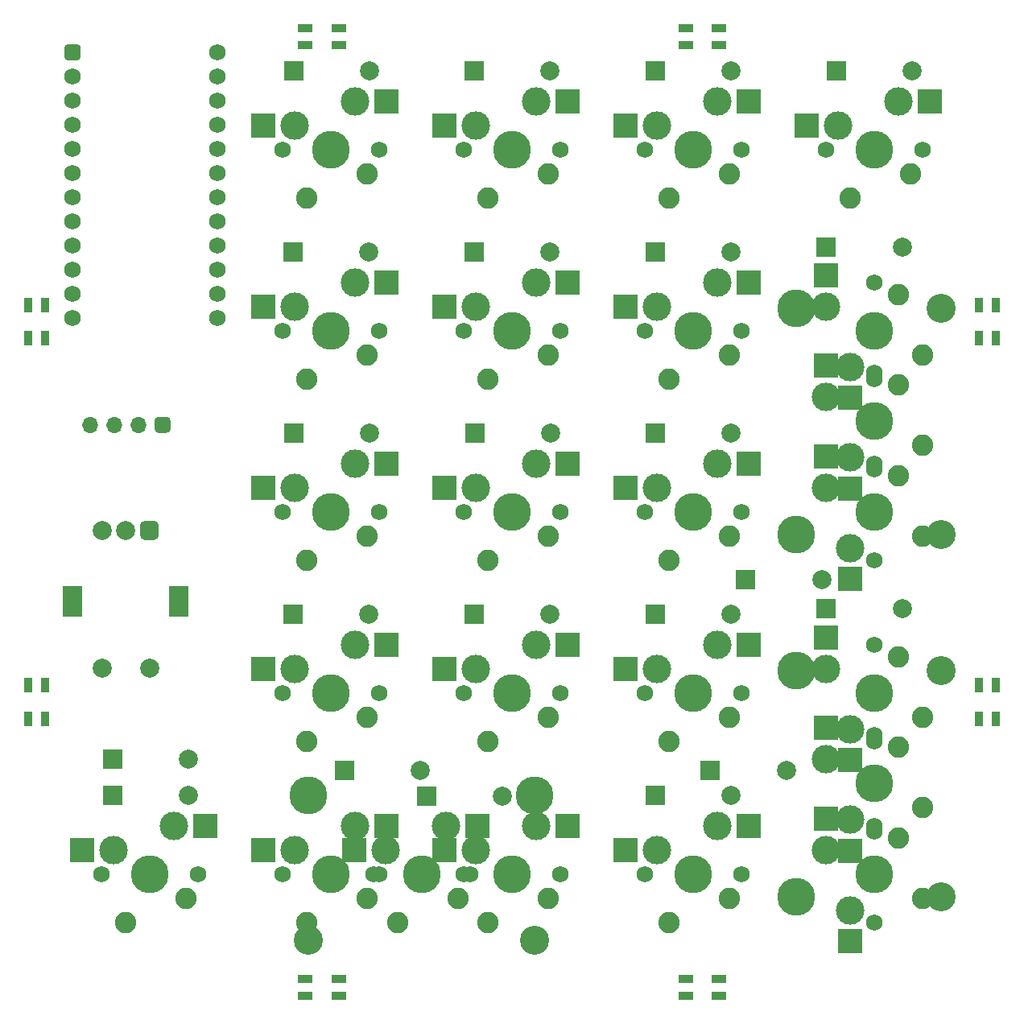
<source format=gbs>
G04 #@! TF.GenerationSoftware,KiCad,Pcbnew,5.99.0+really5.1.10+dfsg1-1*
G04 #@! TF.CreationDate,2021-06-09T13:14:23-04:00*
G04 #@! TF.ProjectId,fake_duck,66616b65-5f64-4756-936b-2e6b69636164,rev?*
G04 #@! TF.SameCoordinates,Original*
G04 #@! TF.FileFunction,Soldermask,Bot*
G04 #@! TF.FilePolarity,Negative*
%FSLAX46Y46*%
G04 Gerber Fmt 4.6, Leading zero omitted, Abs format (unit mm)*
G04 Created by KiCad (PCBNEW 5.99.0+really5.1.10+dfsg1-1) date 2021-06-09 13:14:23*
%MOMM*%
%LPD*%
G01*
G04 APERTURE LIST*
%ADD10R,2.500000X2.550000*%
%ADD11C,1.750000*%
%ADD12C,3.000000*%
%ADD13C,3.987800*%
%ADD14R,2.550000X2.500000*%
%ADD15O,1.700000X1.700000*%
%ADD16C,2.250000*%
%ADD17C,3.048000*%
%ADD18R,1.600000X0.850000*%
%ADD19R,0.850000X1.600000*%
%ADD20R,2.000000X2.000000*%
%ADD21C,2.000000*%
%ADD22C,1.752600*%
%ADD23R,2.000000X3.200000*%
G04 APERTURE END LIST*
D10*
X88011000Y-77724000D03*
X90551000Y-90651000D03*
D11*
X93091000Y-78486000D03*
X93091000Y-88646000D03*
D12*
X90551000Y-87376000D03*
D13*
X93091000Y-83566000D03*
D12*
X88011000Y-81026000D03*
D14*
X51308000Y-88011000D03*
X38381000Y-90551000D03*
D11*
X50546000Y-93091000D03*
X40386000Y-93091000D03*
D12*
X41656000Y-90551000D03*
D13*
X45466000Y-93091000D03*
D12*
X48006000Y-88011000D03*
D10*
X88011000Y-39624000D03*
X90551000Y-52551000D03*
D11*
X93091000Y-40386000D03*
X93091000Y-50546000D03*
D12*
X90551000Y-49276000D03*
D13*
X93091000Y-45466000D03*
D12*
X88011000Y-42926000D03*
D15*
X10604500Y-45847000D03*
X13144500Y-45847000D03*
X15684500Y-45847000D03*
G36*
G01*
X17799500Y-44997000D02*
X18649500Y-44997000D01*
G75*
G02*
X19074500Y-45422000I0J-425000D01*
G01*
X19074500Y-46272000D01*
G75*
G02*
X18649500Y-46697000I-425000J0D01*
G01*
X17799500Y-46697000D01*
G75*
G02*
X17374500Y-46272000I0J425000D01*
G01*
X17374500Y-45422000D01*
G75*
G02*
X17799500Y-44997000I425000J0D01*
G01*
G37*
D16*
X98171000Y-86106000D03*
D13*
X93091000Y-83566000D03*
D16*
X95631000Y-79756000D03*
D11*
X93091000Y-78486000D03*
X93091000Y-88646000D03*
D17*
X100076000Y-71659750D03*
X100076000Y-95472250D03*
D13*
X84836000Y-71659750D03*
X84836000Y-95472250D03*
D16*
X98171000Y-48006000D03*
D13*
X93091000Y-45466000D03*
D16*
X95631000Y-41656000D03*
D11*
X93091000Y-40386000D03*
X93091000Y-50546000D03*
D17*
X100076000Y-33559750D03*
X100076000Y-57372250D03*
D13*
X84836000Y-33559750D03*
X84836000Y-57372250D03*
D16*
X42926000Y-98171000D03*
D13*
X45466000Y-93091000D03*
D16*
X49276000Y-95631000D03*
D11*
X50546000Y-93091000D03*
X40386000Y-93091000D03*
D17*
X57372250Y-100076000D03*
X33559750Y-100076000D03*
D13*
X57372250Y-84836000D03*
X33559750Y-84836000D03*
D14*
X98933000Y-11811000D03*
X86006000Y-14351000D03*
D11*
X98171000Y-16891000D03*
X88011000Y-16891000D03*
D12*
X89281000Y-14351000D03*
D13*
X93091000Y-16891000D03*
D12*
X95631000Y-11811000D03*
D16*
X90551000Y-21971000D03*
D13*
X93091000Y-16891000D03*
D16*
X96901000Y-19431000D03*
D11*
X98171000Y-16891000D03*
X88011000Y-16891000D03*
D14*
X79883000Y-11811000D03*
X66956000Y-14351000D03*
D11*
X79121000Y-16891000D03*
X68961000Y-16891000D03*
D12*
X70231000Y-14351000D03*
D13*
X74041000Y-16891000D03*
D12*
X76581000Y-11811000D03*
D16*
X71501000Y-21971000D03*
D13*
X74041000Y-16891000D03*
D16*
X77851000Y-19431000D03*
D11*
X79121000Y-16891000D03*
X68961000Y-16891000D03*
D14*
X60833000Y-11811000D03*
X47906000Y-14351000D03*
D11*
X60071000Y-16891000D03*
X49911000Y-16891000D03*
D12*
X51181000Y-14351000D03*
D13*
X54991000Y-16891000D03*
D12*
X57531000Y-11811000D03*
D16*
X52451000Y-21971000D03*
D13*
X54991000Y-16891000D03*
D16*
X58801000Y-19431000D03*
D11*
X60071000Y-16891000D03*
X49911000Y-16891000D03*
D14*
X41783000Y-11811000D03*
X28856000Y-14351000D03*
D11*
X41021000Y-16891000D03*
X30861000Y-16891000D03*
D12*
X32131000Y-14351000D03*
D13*
X35941000Y-16891000D03*
D12*
X38481000Y-11811000D03*
D16*
X33401000Y-21971000D03*
D13*
X35941000Y-16891000D03*
D16*
X39751000Y-19431000D03*
D11*
X41021000Y-16891000D03*
X30861000Y-16891000D03*
D14*
X22733000Y-88011000D03*
X9806000Y-90551000D03*
D11*
X21971000Y-93091000D03*
X11811000Y-93091000D03*
D12*
X13081000Y-90551000D03*
D13*
X16891000Y-93091000D03*
D12*
X19431000Y-88011000D03*
D16*
X14351000Y-98171000D03*
D13*
X16891000Y-93091000D03*
D16*
X20701000Y-95631000D03*
D11*
X21971000Y-93091000D03*
X11811000Y-93091000D03*
D18*
X33250000Y-5875000D03*
X33250000Y-4125000D03*
X36750000Y-5875000D03*
X36750000Y-4125000D03*
X73250000Y-5875000D03*
X73250000Y-4125000D03*
X76750000Y-5875000D03*
X76750000Y-4125000D03*
D19*
X104125000Y-33250000D03*
X105875000Y-33250000D03*
X104125000Y-36750000D03*
X105875000Y-36750000D03*
X104125000Y-73250000D03*
X105875000Y-73250000D03*
X104125000Y-76750000D03*
X105875000Y-76750000D03*
D18*
X76750000Y-104125000D03*
X76750000Y-105875000D03*
X73250000Y-104125000D03*
X73250000Y-105875000D03*
X36750000Y-104125000D03*
X36750000Y-105875000D03*
X33250000Y-104125000D03*
X33250000Y-105875000D03*
D19*
X5875000Y-76750000D03*
X4125000Y-76750000D03*
X5875000Y-73250000D03*
X4125000Y-73250000D03*
X5875000Y-36750000D03*
X4125000Y-36750000D03*
X5875000Y-33250000D03*
X4125000Y-33250000D03*
D20*
X89091000Y-8636000D03*
D21*
X97091000Y-8636000D03*
D20*
X70041000Y-8636000D03*
D21*
X78041000Y-8636000D03*
D20*
X50991000Y-8636000D03*
D21*
X58991000Y-8636000D03*
D20*
X32004500Y-8636000D03*
D21*
X40004500Y-8636000D03*
D20*
X12954500Y-84836000D03*
D21*
X20954500Y-84836000D03*
D20*
X12954500Y-81026000D03*
D21*
X20954500Y-81026000D03*
D10*
X88011000Y-87249000D03*
X90551000Y-100176000D03*
D11*
X93091000Y-88011000D03*
X93091000Y-98171000D03*
D12*
X90551000Y-96901000D03*
D13*
X93091000Y-93091000D03*
D12*
X88011000Y-90551000D03*
D16*
X98171000Y-95631000D03*
D13*
X93091000Y-93091000D03*
D16*
X95631000Y-89281000D03*
D11*
X93091000Y-88011000D03*
X93091000Y-98171000D03*
D10*
X88011000Y-68199000D03*
X90551000Y-81126000D03*
D11*
X93091000Y-68961000D03*
X93091000Y-79121000D03*
D12*
X90551000Y-77851000D03*
D13*
X93091000Y-74041000D03*
D12*
X88011000Y-71501000D03*
D16*
X98171000Y-76581000D03*
D13*
X93091000Y-74041000D03*
D16*
X95631000Y-70231000D03*
D11*
X93091000Y-68961000D03*
X93091000Y-79121000D03*
D10*
X88011000Y-49149000D03*
X90551000Y-62076000D03*
D11*
X93091000Y-49911000D03*
X93091000Y-60071000D03*
D12*
X90551000Y-58801000D03*
D13*
X93091000Y-54991000D03*
D12*
X88011000Y-52451000D03*
D16*
X98171000Y-57531000D03*
D13*
X93091000Y-54991000D03*
D16*
X95631000Y-51181000D03*
D11*
X93091000Y-49911000D03*
X93091000Y-60071000D03*
D10*
X88011000Y-30099000D03*
X90551000Y-43026000D03*
D11*
X93091000Y-30861000D03*
X93091000Y-41021000D03*
D12*
X90551000Y-39751000D03*
D13*
X93091000Y-35941000D03*
D12*
X88011000Y-33401000D03*
D16*
X98171000Y-38481000D03*
D13*
X93091000Y-35941000D03*
D16*
X95631000Y-32131000D03*
D11*
X93091000Y-30861000D03*
X93091000Y-41021000D03*
D20*
X75819500Y-82232500D03*
D21*
X83819500Y-82232500D03*
D20*
X88011500Y-65214500D03*
D21*
X96011500Y-65214500D03*
D20*
X79566000Y-62103000D03*
D21*
X87566000Y-62103000D03*
D20*
X88011500Y-27178000D03*
D21*
X96011500Y-27178000D03*
D14*
X79883000Y-88011000D03*
X66956000Y-90551000D03*
D11*
X79121000Y-93091000D03*
X68961000Y-93091000D03*
D12*
X70231000Y-90551000D03*
D13*
X74041000Y-93091000D03*
D12*
X76581000Y-88011000D03*
D16*
X71501000Y-98171000D03*
D13*
X74041000Y-93091000D03*
D16*
X77851000Y-95631000D03*
D11*
X79121000Y-93091000D03*
X68961000Y-93091000D03*
D14*
X79883000Y-68961000D03*
X66956000Y-71501000D03*
D11*
X79121000Y-74041000D03*
X68961000Y-74041000D03*
D12*
X70231000Y-71501000D03*
D13*
X74041000Y-74041000D03*
D12*
X76581000Y-68961000D03*
D16*
X71501000Y-79121000D03*
D13*
X74041000Y-74041000D03*
D16*
X77851000Y-76581000D03*
D11*
X79121000Y-74041000D03*
X68961000Y-74041000D03*
D14*
X79883000Y-49911000D03*
X66956000Y-52451000D03*
D11*
X79121000Y-54991000D03*
X68961000Y-54991000D03*
D12*
X70231000Y-52451000D03*
D13*
X74041000Y-54991000D03*
D12*
X76581000Y-49911000D03*
D16*
X71501000Y-60071000D03*
D13*
X74041000Y-54991000D03*
D16*
X77851000Y-57531000D03*
D11*
X79121000Y-54991000D03*
X68961000Y-54991000D03*
D14*
X79883000Y-30861000D03*
X66956000Y-33401000D03*
D11*
X79121000Y-35941000D03*
X68961000Y-35941000D03*
D12*
X70231000Y-33401000D03*
D13*
X74041000Y-35941000D03*
D12*
X76581000Y-30861000D03*
D16*
X71501000Y-41021000D03*
D13*
X74041000Y-35941000D03*
D16*
X77851000Y-38481000D03*
D11*
X79121000Y-35941000D03*
X68961000Y-35941000D03*
D14*
X60833000Y-88011000D03*
X47906000Y-90551000D03*
D11*
X60071000Y-93091000D03*
X49911000Y-93091000D03*
D12*
X51181000Y-90551000D03*
D13*
X54991000Y-93091000D03*
D12*
X57531000Y-88011000D03*
D16*
X52451000Y-98171000D03*
D13*
X54991000Y-93091000D03*
D16*
X58801000Y-95631000D03*
D11*
X60071000Y-93091000D03*
X49911000Y-93091000D03*
D14*
X60833000Y-68961000D03*
X47906000Y-71501000D03*
D11*
X60071000Y-74041000D03*
X49911000Y-74041000D03*
D12*
X51181000Y-71501000D03*
D13*
X54991000Y-74041000D03*
D12*
X57531000Y-68961000D03*
D16*
X52451000Y-79121000D03*
D13*
X54991000Y-74041000D03*
D16*
X58801000Y-76581000D03*
D11*
X60071000Y-74041000D03*
X49911000Y-74041000D03*
D14*
X60833000Y-49911000D03*
X47906000Y-52451000D03*
D11*
X60071000Y-54991000D03*
X49911000Y-54991000D03*
D12*
X51181000Y-52451000D03*
D13*
X54991000Y-54991000D03*
D12*
X57531000Y-49911000D03*
D16*
X52451000Y-60071000D03*
D13*
X54991000Y-54991000D03*
D16*
X58801000Y-57531000D03*
D11*
X60071000Y-54991000D03*
X49911000Y-54991000D03*
D14*
X60833000Y-30861000D03*
X47906000Y-33401000D03*
D11*
X60071000Y-35941000D03*
X49911000Y-35941000D03*
D12*
X51181000Y-33401000D03*
D13*
X54991000Y-35941000D03*
D12*
X57531000Y-30861000D03*
D16*
X52451000Y-41021000D03*
D13*
X54991000Y-35941000D03*
D16*
X58801000Y-38481000D03*
D11*
X60071000Y-35941000D03*
X49911000Y-35941000D03*
D14*
X41783000Y-88011000D03*
X28856000Y-90551000D03*
D11*
X41021000Y-93091000D03*
X30861000Y-93091000D03*
D12*
X32131000Y-90551000D03*
D13*
X35941000Y-93091000D03*
D12*
X38481000Y-88011000D03*
D16*
X33401000Y-98171000D03*
D13*
X35941000Y-93091000D03*
D16*
X39751000Y-95631000D03*
D11*
X41021000Y-93091000D03*
X30861000Y-93091000D03*
D14*
X41783000Y-68961000D03*
X28856000Y-71501000D03*
D11*
X41021000Y-74041000D03*
X30861000Y-74041000D03*
D12*
X32131000Y-71501000D03*
D13*
X35941000Y-74041000D03*
D12*
X38481000Y-68961000D03*
D16*
X33401000Y-79121000D03*
D13*
X35941000Y-74041000D03*
D16*
X39751000Y-76581000D03*
D11*
X41021000Y-74041000D03*
X30861000Y-74041000D03*
D14*
X41783000Y-49911000D03*
X28856000Y-52451000D03*
D11*
X41021000Y-54991000D03*
X30861000Y-54991000D03*
D12*
X32131000Y-52451000D03*
D13*
X35941000Y-54991000D03*
D12*
X38481000Y-49911000D03*
D16*
X33401000Y-60071000D03*
D13*
X35941000Y-54991000D03*
D16*
X39751000Y-57531000D03*
D11*
X41021000Y-54991000D03*
X30861000Y-54991000D03*
D14*
X41783000Y-30861000D03*
X28856000Y-33401000D03*
D11*
X41021000Y-35941000D03*
X30861000Y-35941000D03*
D12*
X32131000Y-33401000D03*
D13*
X35941000Y-35941000D03*
D12*
X38481000Y-30861000D03*
D16*
X33401000Y-41021000D03*
D13*
X35941000Y-35941000D03*
D16*
X39751000Y-38481000D03*
D11*
X41021000Y-35941000D03*
X30861000Y-35941000D03*
D20*
X70041000Y-84836000D03*
D21*
X78041000Y-84836000D03*
D20*
X70041000Y-65786000D03*
D21*
X78041000Y-65786000D03*
D20*
X70041000Y-46736000D03*
D21*
X78041000Y-46736000D03*
D20*
X70041000Y-27686000D03*
D21*
X78041000Y-27686000D03*
D20*
X45974500Y-84899500D03*
D21*
X53974500Y-84899500D03*
D20*
X50991000Y-65786000D03*
D21*
X58991000Y-65786000D03*
D20*
X51054500Y-46736000D03*
D21*
X59054500Y-46736000D03*
D20*
X50991000Y-27686000D03*
D21*
X58991000Y-27686000D03*
D20*
X37338500Y-82232500D03*
D21*
X45338500Y-82232500D03*
D20*
X31941000Y-65786000D03*
D21*
X39941000Y-65786000D03*
D20*
X32004500Y-46736000D03*
D21*
X40004500Y-46736000D03*
D20*
X31941000Y-27686000D03*
D21*
X39941000Y-27686000D03*
D22*
X24003000Y-6667500D03*
X8763000Y-34607500D03*
X24003000Y-9207500D03*
X24003000Y-11747500D03*
X24003000Y-14287500D03*
X24003000Y-16827500D03*
X24003000Y-19367500D03*
X24003000Y-21907500D03*
X24003000Y-24447500D03*
X24003000Y-26987500D03*
X24003000Y-29527500D03*
X24003000Y-32067500D03*
X24003000Y-34607500D03*
X8763000Y-32067500D03*
X8763000Y-29527500D03*
X8763000Y-26987500D03*
X8763000Y-24447500D03*
X8763000Y-21907500D03*
X8763000Y-19367500D03*
X8763000Y-16827500D03*
X8763000Y-14287500D03*
X8763000Y-11747500D03*
X8763000Y-9207500D03*
G36*
G01*
X8324850Y-5791200D02*
X9201150Y-5791200D01*
G75*
G02*
X9639300Y-6229350I0J-438150D01*
G01*
X9639300Y-7105650D01*
G75*
G02*
X9201150Y-7543800I-438150J0D01*
G01*
X8324850Y-7543800D01*
G75*
G02*
X7886700Y-7105650I0J438150D01*
G01*
X7886700Y-6229350D01*
G75*
G02*
X8324850Y-5791200I438150J0D01*
G01*
G37*
D21*
X11851000Y-71452500D03*
X16851000Y-71452500D03*
D23*
X8751000Y-64452500D03*
X19951000Y-64452500D03*
D21*
X11851000Y-56952500D03*
X14351000Y-56952500D03*
G36*
G01*
X16351000Y-55952500D02*
X17351000Y-55952500D01*
G75*
G02*
X17851000Y-56452500I0J-500000D01*
G01*
X17851000Y-57452500D01*
G75*
G02*
X17351000Y-57952500I-500000J0D01*
G01*
X16351000Y-57952500D01*
G75*
G02*
X15851000Y-57452500I0J500000D01*
G01*
X15851000Y-56452500D01*
G75*
G02*
X16351000Y-55952500I500000J0D01*
G01*
G37*
M02*

</source>
